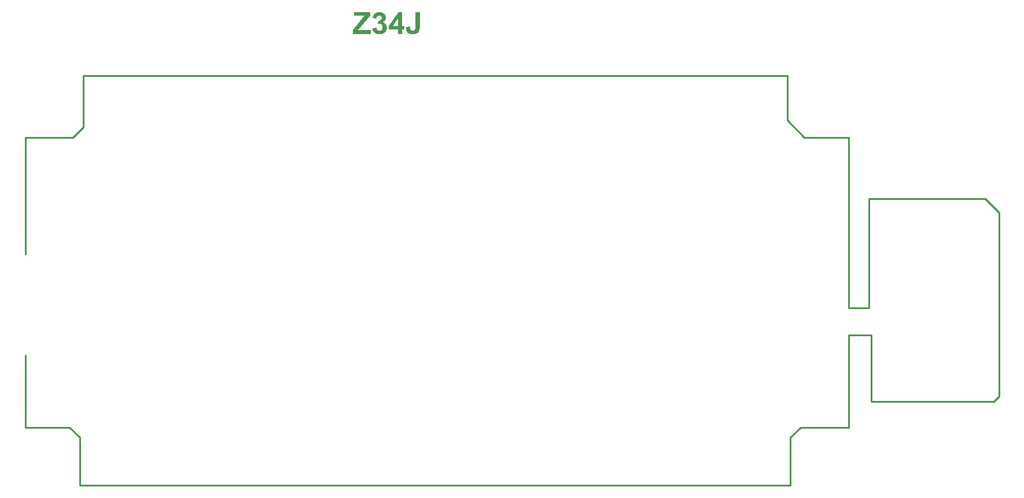
<source format=gm1>
G04 Layer_Color=16711935*
%FSLAX25Y25*%
%MOIN*%
G70*
G01*
G75*
%ADD59C,0.01000*%
G36*
X183523Y253246D02*
X185090D01*
Y251133D01*
X183523D01*
Y248600D01*
X181191D01*
Y251133D01*
X176016D01*
Y253228D01*
X181482Y261263D01*
X183523D01*
Y253246D01*
D02*
G37*
G36*
X165285Y259222D02*
X158379Y250732D01*
X165558D01*
Y248600D01*
X155300D01*
Y250896D01*
X161950Y259076D01*
X156065D01*
Y261208D01*
X165285D01*
Y259222D01*
D02*
G37*
G36*
X170896Y261263D02*
X171060Y261245D01*
X171224Y261227D01*
X171425Y261190D01*
X171625Y261135D01*
X172081Y261008D01*
X172318Y260917D01*
X172573Y260789D01*
X172809Y260662D01*
X173028Y260516D01*
X173265Y260334D01*
X173465Y260133D01*
X173484Y260115D01*
X173502Y260097D01*
X173556Y260042D01*
X173611Y259969D01*
X173757Y259787D01*
X173921Y259532D01*
X174085Y259222D01*
X174212Y258858D01*
X174322Y258457D01*
X174340Y258257D01*
X174358Y258038D01*
Y258020D01*
Y257965D01*
X174340Y257874D01*
X174322Y257765D01*
X174303Y257619D01*
X174267Y257455D01*
X174212Y257273D01*
X174139Y257072D01*
X174030Y256872D01*
X173921Y256653D01*
X173775Y256435D01*
X173593Y256216D01*
X173374Y255997D01*
X173137Y255779D01*
X172864Y255578D01*
X172536Y255378D01*
X172554D01*
X172591Y255360D01*
X172645D01*
X172718Y255323D01*
X172919Y255269D01*
X173156Y255159D01*
X173429Y255013D01*
X173720Y254831D01*
X174012Y254594D01*
X174267Y254321D01*
X174303Y254285D01*
X174376Y254175D01*
X174467Y254011D01*
X174595Y253774D01*
X174723Y253501D01*
X174814Y253155D01*
X174887Y252791D01*
X174923Y252372D01*
Y252353D01*
Y252299D01*
Y252208D01*
X174905Y252098D01*
X174887Y251953D01*
X174850Y251788D01*
X174814Y251588D01*
X174777Y251388D01*
X174631Y250950D01*
X174522Y250713D01*
X174413Y250458D01*
X174267Y250222D01*
X174103Y249985D01*
X173921Y249748D01*
X173702Y249529D01*
X173684Y249511D01*
X173647Y249475D01*
X173575Y249420D01*
X173484Y249347D01*
X173356Y249256D01*
X173229Y249165D01*
X173046Y249056D01*
X172864Y248946D01*
X172664Y248837D01*
X172427Y248727D01*
X172172Y248636D01*
X171917Y248545D01*
X171625Y248472D01*
X171334Y248418D01*
X171006Y248381D01*
X170678Y248363D01*
X170514D01*
X170386Y248381D01*
X170240Y248400D01*
X170076Y248418D01*
X169894Y248454D01*
X169676Y248491D01*
X169238Y248600D01*
X168765Y248782D01*
X168509Y248891D01*
X168291Y249019D01*
X168054Y249183D01*
X167835Y249347D01*
X167817Y249365D01*
X167781Y249402D01*
X167726Y249456D01*
X167653Y249529D01*
X167562Y249620D01*
X167471Y249748D01*
X167362Y249875D01*
X167252Y250039D01*
X167143Y250222D01*
X167016Y250404D01*
X166815Y250841D01*
X166651Y251351D01*
X166578Y251624D01*
X166542Y251916D01*
X168874Y252208D01*
Y252189D01*
Y252171D01*
X168892Y252062D01*
X168929Y251898D01*
X168983Y251697D01*
X169074Y251479D01*
X169165Y251242D01*
X169311Y251023D01*
X169475Y250823D01*
X169493Y250805D01*
X169566Y250750D01*
X169676Y250677D01*
X169803Y250604D01*
X169985Y250513D01*
X170186Y250440D01*
X170404Y250386D01*
X170659Y250367D01*
X170696D01*
X170787Y250386D01*
X170914Y250404D01*
X171097Y250440D01*
X171297Y250513D01*
X171498Y250604D01*
X171716Y250750D01*
X171917Y250932D01*
X171935Y250950D01*
X172008Y251042D01*
X172081Y251169D01*
X172190Y251333D01*
X172281Y251552D01*
X172372Y251825D01*
X172427Y252135D01*
X172445Y252481D01*
Y252499D01*
Y252517D01*
Y252627D01*
X172427Y252791D01*
X172390Y253009D01*
X172318Y253246D01*
X172226Y253483D01*
X172099Y253720D01*
X171935Y253939D01*
X171917Y253957D01*
X171844Y254030D01*
X171734Y254121D01*
X171607Y254212D01*
X171425Y254321D01*
X171224Y254394D01*
X171006Y254467D01*
X170751Y254485D01*
X170568D01*
X170441Y254467D01*
X170277Y254449D01*
X170076Y254412D01*
X169876Y254358D01*
X169639Y254303D01*
X169894Y256252D01*
X170058D01*
X170240Y256271D01*
X170459Y256289D01*
X170696Y256344D01*
X170951Y256416D01*
X171188Y256526D01*
X171406Y256672D01*
X171425Y256690D01*
X171498Y256763D01*
X171571Y256854D01*
X171680Y256999D01*
X171771Y257163D01*
X171862Y257364D01*
X171917Y257601D01*
X171935Y257874D01*
Y257910D01*
Y257983D01*
X171917Y258093D01*
X171880Y258238D01*
X171844Y258402D01*
X171771Y258566D01*
X171680Y258749D01*
X171552Y258894D01*
X171534Y258912D01*
X171479Y258949D01*
X171406Y259022D01*
X171279Y259095D01*
X171133Y259149D01*
X170969Y259222D01*
X170751Y259259D01*
X170532Y259277D01*
X170423D01*
X170313Y259259D01*
X170168Y259222D01*
X170003Y259168D01*
X169821Y259095D01*
X169639Y258985D01*
X169475Y258840D01*
X169457Y258821D01*
X169402Y258767D01*
X169329Y258657D01*
X169238Y258512D01*
X169147Y258348D01*
X169074Y258129D01*
X169001Y257874D01*
X168947Y257582D01*
X166724Y257947D01*
Y257965D01*
X166742Y258001D01*
Y258056D01*
X166760Y258147D01*
X166815Y258348D01*
X166888Y258621D01*
X166997Y258912D01*
X167107Y259222D01*
X167252Y259514D01*
X167416Y259787D01*
X167435Y259823D01*
X167507Y259896D01*
X167617Y260024D01*
X167762Y260188D01*
X167945Y260352D01*
X168163Y260534D01*
X168437Y260716D01*
X168728Y260880D01*
X168746D01*
X168765Y260898D01*
X168874Y260935D01*
X169056Y261008D01*
X169275Y261081D01*
X169548Y261154D01*
X169876Y261227D01*
X170222Y261263D01*
X170605Y261281D01*
X170769D01*
X170896Y261263D01*
D02*
G37*
G36*
X193872Y253210D02*
Y253191D01*
Y253137D01*
Y253064D01*
Y252955D01*
Y252827D01*
X193853Y252663D01*
X193835Y252317D01*
X193799Y251934D01*
X193744Y251533D01*
X193671Y251133D01*
X193580Y250786D01*
Y250768D01*
X193562Y250732D01*
X193544Y250677D01*
X193507Y250604D01*
X193416Y250404D01*
X193271Y250149D01*
X193088Y249875D01*
X192851Y249584D01*
X192578Y249292D01*
X192232Y249019D01*
X192214D01*
X192195Y248983D01*
X192141Y248964D01*
X192050Y248910D01*
X191959Y248873D01*
X191849Y248819D01*
X191704Y248746D01*
X191558Y248691D01*
X191376Y248636D01*
X191193Y248564D01*
X190756Y248472D01*
X190246Y248400D01*
X189681Y248363D01*
X189499D01*
X189371Y248381D01*
X189207Y248400D01*
X189043Y248418D01*
X188843Y248454D01*
X188624Y248491D01*
X188151Y248618D01*
X187914Y248709D01*
X187677Y248800D01*
X187440Y248928D01*
X187221Y249056D01*
X187003Y249219D01*
X186802Y249402D01*
X186784Y249420D01*
X186766Y249456D01*
X186711Y249511D01*
X186638Y249602D01*
X186565Y249711D01*
X186493Y249839D01*
X186401Y250003D01*
X186310Y250167D01*
X186201Y250386D01*
X186110Y250604D01*
X186037Y250859D01*
X185964Y251133D01*
X185891Y251424D01*
X185837Y251752D01*
X185819Y252098D01*
X185800Y252463D01*
X188224Y252736D01*
Y252718D01*
Y252681D01*
Y252627D01*
X188242Y252554D01*
Y252372D01*
X188278Y252135D01*
X188315Y251880D01*
X188369Y251624D01*
X188442Y251406D01*
X188533Y251205D01*
X188551Y251169D01*
X188606Y251096D01*
X188697Y250987D01*
X188843Y250877D01*
X189007Y250750D01*
X189226Y250641D01*
X189481Y250568D01*
X189772Y250531D01*
X189918D01*
X190064Y250550D01*
X190228Y250586D01*
X190428Y250641D01*
X190629Y250732D01*
X190811Y250841D01*
X190956Y251005D01*
X190975Y251023D01*
X191011Y251114D01*
X191066Y251242D01*
X191139Y251442D01*
X191175Y251570D01*
X191212Y251716D01*
X191230Y251880D01*
X191266Y252062D01*
X191285Y252280D01*
X191303Y252499D01*
X191321Y252754D01*
Y253028D01*
Y261208D01*
X193872D01*
Y253210D01*
D02*
G37*
%LPC*%
G36*
X181191Y257582D02*
X178257Y253246D01*
X181191D01*
Y257582D01*
D02*
G37*
%LPD*%
D59*
X-33465Y21654D02*
X-7874D01*
X-1969Y15748D01*
Y-11811D02*
Y15748D01*
Y-11811D02*
X407480D01*
Y15748D01*
X413386Y21654D01*
X440945D01*
X415354Y188976D02*
X440945D01*
X405512Y198819D02*
X415354Y188976D01*
X405512Y198819D02*
Y224410D01*
X0D02*
X405512D01*
X0Y194882D02*
Y224410D01*
X-5906Y188976D02*
X0Y194882D01*
X-33465Y188976D02*
X-5906D01*
X-33465Y171260D02*
Y188976D01*
X440945Y21654D02*
Y74803D01*
X453889D01*
Y36566D02*
Y74803D01*
X440945Y90551D02*
Y188976D01*
Y90551D02*
X452756D01*
X453889Y36566D02*
X524755D01*
X527559Y39370D01*
Y145669D01*
X519685Y153543D02*
X527559Y145669D01*
X452756Y153543D02*
X519685D01*
X452756Y90551D02*
Y153543D01*
X-33465Y121635D02*
Y171260D01*
Y21654D02*
Y63300D01*
M02*

</source>
